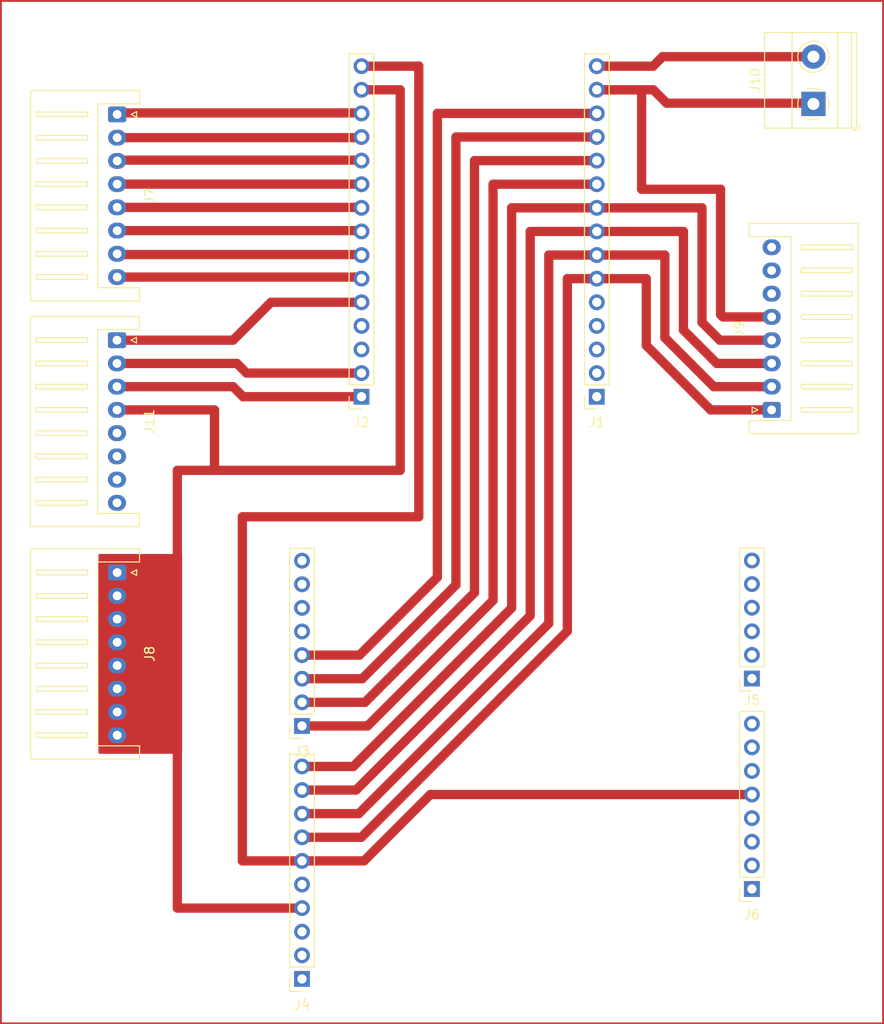
<source format=kicad_pcb>
(kicad_pcb (version 20240108) (generator "pcbnew") (generator_version "8.0")
  (layers (0 "F.Cu" signal) (31 "B.Cu" signal) (34 "B.Paste" user) (35 "F.Paste" user) (36 "B.SilkS" user "B.Silkscreen") (37 "F.SilkS" user "F.Silkscreen") (38 "B.Mask" user) (39 "F.Mask" user) (44 "Edge.Cuts" user))
  (net 0 "")
  (net 1 "RX2")
  (net 2 "D15")
  (net 3 "D5")
  (net 4 "TX2")
  (net 5 "D23")
  (net 6 "D18")
  (net 7 "D4")
  (net 8 "TX0")
  (net 9 "RX0")
  (net 10 "D2")
  (net 11 "D19")
  (net 12 "VP")
  (net 13 "D34")
  (net 14 "D27")
  (net 15 "D25")
  (net 16 "EN")
  (net 17 "D33")
  (net 18 "D32")
  (net 19 "D26")
  (net 20 "D14")
  (net 21 "D35")
  (net 22 "D13")
  (net 23 "VN")
  (net 45 "SCL")
  (net 46 "SDA")
  (net 47 "GND")
  (net 48 "+12V")
  (net 49 "+3.3V")
  (net 53 "D12")
  (footprint "Connector_JST:JST_XH_S8B-XH-A_1x08_P2.50mm_Horizontal" (layer "F.Cu") (at 89.05 81.17 -90)
    (property "Reference" "J8" (at 8.75 -3.5 90) (layer "F.SilkS"))
    (property "Value" "Limit switch GND")
    (fp_line (start -2.56 9.31) (end -2.56 -2.41) (stroke (width 0.12)) (layer "F.SilkS"))
    (fp_line (start 8.75 9.31) (end -2.56 9.31) (stroke (width 0.12)) (layer "F.SilkS"))
    (fp_line (start 8.75 9.31) (end 20.06 9.31) (stroke (width 0.12)) (layer "F.SilkS"))
    (fp_line (start 20.06 9.31) (end 20.06 -2.41) (stroke (width 0.12)) (layer "F.SilkS"))
    (fp_line (start -0.25 8.7) (end 0.25 8.7) (stroke (width 0.12)) (layer "F.SilkS"))
    (fp_line (start 0.25 8.7) (end 0.25 3.2) (stroke (width 0.12)) (layer "F.SilkS"))
    (fp_line (start 2.25 8.7) (end 2.75 8.7) (stroke (width 0.12)) (layer "F.SilkS"))
    (fp_line (start 2.75 8.7) (end 2.75 3.2) (stroke (width 0.12)) (layer "F.SilkS"))
    (fp_line (start 4.75 8.7) (end 5.25 8.7) (stroke (width 0.12)) (layer "F.SilkS"))
    (fp_line (start 5.25 8.7) (end 5.25 3.2) (stroke (width 0.12)) (layer "F.SilkS"))
    (fp_line (start 7.25 8.7) (end 7.75 8.7) (stroke (width 0.12)) (layer "F.SilkS"))
    (fp_line (start 7.75 8.7) (end 7.75 3.2) (stroke (width 0.12)) (layer "F.SilkS"))
    (fp_line (start 9.75 8.7) (end 10.25 8.7) (stroke (width 0.12)) (layer "F.SilkS"))
    (fp_line (start 10.25 8.7) (end 10.25 3.2) (stroke (width 0.12)) (layer "F.SilkS"))
    (fp_line (start 12.25 8.7) (end 12.75 8.7) (stroke (width 0.12)) (layer "F.SilkS"))
    (fp_line (start 12.75 8.7) (end 12.75 3.2) (stroke (width 0.12)) (layer "F.SilkS"))
    (fp_line (start 14.75 8.7) (end 15.25 8.7) (stroke (width 0.12)) (layer "F.SilkS"))
    (fp_line (start 15.25 8.7) (end 15.25 3.2) (stroke (width 0.12)) (layer "F.SilkS"))
    (fp_line (start 17.25 8.7) (end 17.75 8.7) (stroke (width 0.12)) (layer "F.SilkS"))
    (fp_line (start 17.75 8.7) (end 17.75 3.2) (stroke (width 0.12)) (layer "F.SilkS"))
    (fp_line (start -0.25 3.2) (end -0.25 8.7) (stroke (width 0.12)) (layer "F.SilkS"))
    (fp_line (start 0.25 3.2) (end -0.25 3.2) (stroke (width 0.12)) (layer "F.SilkS"))
    (fp_line (start 2.25 3.2) (end 2.25 8.7) (stroke (width 0.12)) (layer "F.SilkS"))
    (fp_line (start 2.75 3.2) (end 2.25 3.2) (stroke (width 0.12)) (layer "F.SilkS"))
    (fp_line (start 4.75 3.2) (end 4.75 8.7) (stroke (width 0.12)) (layer "F.SilkS"))
    (fp_line (start 5.25 3.2) (end 4.75 3.2) (stroke (width 0.12)) (layer "F.SilkS"))
    (fp_line (start 7.25 3.2) (end 7.25 8.7) (stroke (width 0.12)) (layer "F.SilkS"))
    (fp_line (start 7.75 3.2) (end 7.25 3.2) (stroke (width 0.12)) (layer "F.SilkS"))
    (fp_line (start 9.75 3.2) (end 9.75 8.7) (stroke (width 0.12)) (layer "F.SilkS"))
    (fp_line (start 10.25 3.2) (end 9.75 3.2) (stroke (width 0.12)) (layer "F.SilkS"))
    (fp_line (start 12.25 3.2) (end 12.25 8.7) (stroke (width 0.12)) (layer "F.SilkS"))
    (fp_line (start 12.75 3.2) (end 12.25 3.2) (stroke (width 0.12)) (layer "F.SilkS"))
    (fp_line (start 14.75 3.2) (end 14.75 8.7) (stroke (width 0.12)) (layer "F.SilkS"))
    (fp_line (start 15.25 3.2) (end 14.75 3.2) (stroke (width 0.12)) (layer "F.SilkS"))
    (fp_line (start 17.25 3.2) (end 17.25 8.7) (stroke (width 0.12)) (layer "F.SilkS"))
    (fp_line (start 17.75 3.2) (end 17.25 3.2) (stroke (width 0.12)) (layer "F.SilkS"))
    (fp_line (start -1.14 2.09) (end 8.75 2.09) (stroke (width 0.12)) (layer "F.SilkS"))
    (fp_line (start 18.64 2.09) (end 8.75 2.09) (stroke (width 0.12)) (layer "F.SilkS"))
    (fp_line (start 0 -1.5) (end -0.3 -2.1) (stroke (width 0.12)) (layer "F.SilkS"))
    (fp_line (start -0.3 -2.1) (end 0.3 -2.1) (stroke (width 0.12)) (layer "F.SilkS"))
    (fp_line (start 0.3 -2.1) (end 0 -1.5) (stroke (width 0.12)) (layer "F.SilkS"))
    (fp_line (start -2.56 -2.41) (end -1.14 -2.41) (stroke (width 0.12)) (layer "F.SilkS"))
    (fp_line (start -1.14 -2.41) (end -1.14 2.09) (stroke (width 0.12)) (layer "F.SilkS"))
    (fp_line (start 18.64 -2.41) (end 18.64 2.09) (stroke (width 0.12)) (layer "F.SilkS"))
    (fp_line (start 20.06 -2.41) (end 18.64 -2.41) (stroke (width 0.12)) (layer "F.SilkS"))
    (pad "1" thru_hole roundrect (at 0 0 270) (size 1.7 1.95) (drill 0.95) (layers "*.Cu" "*.Mask") (roundrect_rratio 0.147059) (net 47 "GND"))
    (pad "2" thru_hole oval (at 2.5 0 270) (size 1.7 1.95) (drill 0.95) (layers "*.Cu" "*.Mask") (net 47 "GND"))
    (pad "3" thru_hole oval (at 5 0 270) (size 1.7 1.95) (drill 0.95) (layers "*.Cu" "*.Mask") (net 47 "GND"))
    (pad "4" thru_hole oval (at 7.5 0 270) (size 1.7 1.95) (drill 0.95) (layers "*.Cu" "*.Mask") (net 47 "GND"))
    (pad "5" thru_hole oval (at 10 0 270) (size 1.7 1.95) (drill 0.95) (layers "*.Cu" "*.Mask") (net 47 "GND"))
    (pad "6" thru_hole oval (at 12.5 0 270) (size 1.7 1.95) (drill 0.95) (layers "*.Cu" "*.Mask") (net 47 "GND"))
    (pad "7" thru_hole oval (at 15 0 270) (size 1.7 1.95) (drill 0.95) (layers "*.Cu" "*.Mask") (net 47 "GND"))
    (pad "8" thru_hole oval (at 17.5 0 270) (size 1.7 1.95) (drill 0.95) (layers "*.Cu" "*.Mask") (net 47 "GND"))
  )
  (footprint "Connector_PinSocket_2.54mm:PinSocket_1x15_P2.54mm_Vertical" (layer "F.Cu") (at 140.7 62.25 180)
    (property "Reference" "J1" (at 0 -2.77 0) (layer "F.SilkS"))
    (property "Value" "ESP32 1")
    (fp_line (start 1.33 1.27) (end 1.33 36.89) (stroke (width 0.12)) (layer "F.SilkS"))
    (fp_line (start 1.33 -1.33) (end 1.33 0) (stroke (width 0.12)) (layer "F.SilkS"))
    (fp_line (start 0 -1.33) (end 1.33 -1.33) (stroke (width 0.12)) (layer "F.SilkS"))
    (fp_line (start -1.33 36.89) (end 1.33 36.89) (stroke (width 0.12)) (layer "F.SilkS"))
    (fp_line (start -1.33 1.27) (end 1.33 1.27) (stroke (width 0.12)) (layer "F.SilkS"))
    (fp_line (start -1.33 1.27) (end -1.33 36.89) (stroke (width 0.12)) (layer "F.SilkS"))
    (pad "1" thru_hole rect (at 0 0 180) (size 1.7 1.7) (drill 1) (layers "*.Cu" "*.Mask") (net 16 "EN"))
    (pad "2" thru_hole oval (at 0 2.54 180) (size 1.7 1.7) (drill 1) (layers "*.Cu" "*.Mask") (net 12 "VP"))
    (pad "3" thru_hole oval (at 0 5.08 180) (size 1.7 1.7) (drill 1) (layers "*.Cu" "*.Mask") (net 23 "VN"))
    (pad "4" thru_hole oval (at 0 7.62 180) (size 1.7 1.7) (drill 1) (layers "*.Cu" "*.Mask") (net 13 "D34"))
    (pad "5" thru_hole oval (at 0 10.16 180) (size 1.7 1.7) (drill 1) (layers "*.Cu" "*.Mask") (net 21 "D35"))
    (pad "6" thru_hole oval (at 0 12.7 180) (size 1.7 1.7) (drill 1) (layers "*.Cu" "*.Mask") (net 18 "D32"))
    (pad "7" thru_hole oval (at 0 15.24 180) (size 1.7 1.7) (drill 1) (layers "*.Cu" "*.Mask") (net 17 "D33"))
    (pad "8" thru_hole oval (at 0 17.78 180) (size 1.7 1.7) (drill 1) (layers "*.Cu" "*.Mask") (net 15 "D25"))
    (pad "9" thru_hole oval (at 0 20.32 180) (size 1.7 1.7) (drill 1) (layers "*.Cu" "*.Mask") (net 19 "D26"))
    (pad "10" thru_hole oval (at 0 22.86 180) (size 1.7 1.7) (drill 1) (layers "*.Cu" "*.Mask") (net 14 "D27"))
    (pad "11" thru_hole oval (at 0 25.4 180) (size 1.7 1.7) (drill 1) (layers "*.Cu" "*.Mask") (net 20 "D14"))
    (pad "12" thru_hole oval (at 0 27.94 180) (size 1.7 1.7) (drill 1) (layers "*.Cu" "*.Mask") (net 53 "D12"))
    (pad "13" thru_hole oval (at 0 30.48 180) (size 1.7 1.7) (drill 1) (layers "*.Cu" "*.Mask") (net 22 "D13"))
    (pad "14" thru_hole oval (at 0 33.02 180) (size 1.7 1.7) (drill 1) (layers "*.Cu" "*.Mask") (net 47 "GND"))
    (pad "15" thru_hole oval (at 0 35.56 180) (size 1.7 1.7) (drill 1) (layers "*.Cu" "*.Mask") (net 48 "+12V"))
  )
  (footprint "Connector_PinSocket_2.54mm:PinSocket_1x10_P2.54mm_Vertical" (layer "F.Cu") (at 108.954763 124.889999 180)
    (property "Reference" "J4" (at 0 -2.77 0) (layer "F.SilkS"))
    (property "Value" "DIGITAL PWM(~)")
    (fp_line (start 1.33 1.27) (end 1.33 24.19) (stroke (width 0.12)) (layer "F.SilkS"))
    (fp_line (start 1.33 -1.33) (end 1.33 0) (stroke (width 0.12)) (layer "F.SilkS"))
    (fp_line (start 0 -1.33) (end 1.33 -1.33) (stroke (width 0.12)) (layer "F.SilkS"))
    (fp_line (start -1.33 24.19) (end 1.33 24.19) (stroke (width 0.12)) (layer "F.SilkS"))
    (fp_line (start -1.33 1.27) (end 1.33 1.27) (stroke (width 0.12)) (layer "F.SilkS"))
    (fp_line (start -1.33 1.27) (end -1.33 24.19) (stroke (width 0.12)) (layer "F.SilkS"))
    (pad "1" thru_hole rect (at 0 0 180) (size 1.7 1.7) (drill 1) (layers "*.Cu" "*.Mask"))
    (pad "2" thru_hole oval (at 0 2.54 180) (size 1.7 1.7) (drill 1) (layers "*.Cu" "*.Mask"))
    (pad "3" thru_hole oval (at 0 5.08 180) (size 1.7 1.7) (drill 1) (layers "*.Cu" "*.Mask"))
    (pad "4" thru_hole oval (at 0 7.62 180) (size 1.7 1.7) (drill 1) (layers "*.Cu" "*.Mask") (net 47 "GND"))
    (pad "5" thru_hole oval (at 0 10.16 180) (size 1.7 1.7) (drill 1) (layers "*.Cu" "*.Mask"))
    (pad "6" thru_hole oval (at 0 12.7 180) (size 1.7 1.7) (drill 1) (layers "*.Cu" "*.Mask") (net 49 "+3.3V"))
    (pad "7" thru_hole oval (at 0 15.24 180) (size 1.7 1.7) (drill 1) (layers "*.Cu" "*.Mask") (net 18 "D32"))
    (pad "8" thru_hole oval (at 0 17.78 180) (size 1.7 1.7) (drill 1) (layers "*.Cu" "*.Mask") (net 17 "D33"))
    (pad "9" thru_hole oval (at 0 20.32 180) (size 1.7 1.7) (drill 1) (layers "*.Cu" "*.Mask") (net 15 "D25"))
    (pad "10" thru_hole oval (at 0 22.86 180) (size 1.7 1.7) (drill 1) (layers "*.Cu" "*.Mask") (net 19 "D26"))
  )
  (footprint "Connector_PinSocket_2.54mm:PinSocket_1x08_P2.54mm_Vertical" (layer "F.Cu") (at 157.404763 115.209999 180)
    (property "Reference" "J6" (at 0 -2.77 0) (layer "F.SilkS"))
    (property "Value" "POWER")
    (fp_line (start 1.33 1.27) (end 1.33 19.11) (stroke (width 0.12)) (layer "F.SilkS"))
    (fp_line (start 1.33 -1.33) (end 1.33 0) (stroke (width 0.12)) (layer "F.SilkS"))
    (fp_line (start 0 -1.33) (end 1.33 -1.33) (stroke (width 0.12)) (layer "F.SilkS"))
    (fp_line (start -1.33 19.11) (end 1.33 19.11) (stroke (width 0.12)) (layer "F.SilkS"))
    (fp_line (start -1.33 1.27) (end 1.33 1.27) (stroke (width 0.12)) (layer "F.SilkS"))
    (fp_line (start -1.33 1.27) (end -1.33 19.11) (stroke (width 0.12)) (layer "F.SilkS"))
    (pad "1" thru_hole rect (at 0 0 180) (size 1.7 1.7) (drill 1) (layers "*.Cu" "*.Mask"))
    (pad "2" thru_hole oval (at 0 2.54 180) (size 1.7 1.7) (drill 1) (layers "*.Cu" "*.Mask"))
    (pad "3" thru_hole oval (at 0 5.08 180) (size 1.7 1.7) (drill 1) (layers "*.Cu" "*.Mask"))
    (pad "4" thru_hole oval (at 0 7.62 180) (size 1.7 1.7) (drill 1) (layers "*.Cu" "*.Mask"))
    (pad "5" thru_hole oval (at 0 10.16 180) (size 1.7 1.7) (drill 1) (layers "*.Cu" "*.Mask") (net 49 "+3.3V"))
    (pad "6" thru_hole oval (at 0 12.7 180) (size 1.7 1.7) (drill 1) (layers "*.Cu" "*.Mask"))
    (pad "7" thru_hole oval (at 0 15.24 180) (size 1.7 1.7) (drill 1) (layers "*.Cu" "*.Mask"))
    (pad "8" thru_hole oval (at 0 17.78 180) (size 1.7 1.7) (drill 1) (layers "*.Cu" "*.Mask"))
  )
  (footprint "Connector_PinSocket_2.54mm:PinSocket_1x15_P2.54mm_Vertical" (layer "F.Cu") (at 115.36 62.25 180)
    (property "Reference" "J2" (at 0 -2.77 0) (layer "F.SilkS"))
    (property "Value" "ESP32 2")
    (fp_line (start 1.33 1.27) (end 1.33 36.89) (stroke (width 0.12)) (layer "F.SilkS"))
    (fp_line (start 1.33 -1.33) (end 1.33 0) (stroke (width 0.12)) (layer "F.SilkS"))
    (fp_line (start 0 -1.33) (end 1.33 -1.33) (stroke (width 0.12)) (layer "F.SilkS"))
    (fp_line (start -1.33 36.89) (end 1.33 36.89) (stroke (width 0.12)) (layer "F.SilkS"))
    (fp_line (start -1.33 1.27) (end 1.33 1.27) (stroke (width 0.12)) (layer "F.SilkS"))
    (fp_line (start -1.33 1.27) (end -1.33 36.89) (stroke (width 0.12)) (layer "F.SilkS"))
    (pad "1" thru_hole rect (at 0 0 180) (size 1.7 1.7) (drill 1) (layers "*.Cu" "*.Mask") (net 5 "D23"))
    (pad "2" thru_hole oval (at 0 2.54 180) (size 1.7 1.7) (drill 1) (layers "*.Cu" "*.Mask") (net 45 "SCL"))
    (pad "3" thru_hole oval (at 0 5.08 180) (size 1.7 1.7) (drill 1) (layers "*.Cu" "*.Mask") (net 8 "TX0"))
    (pad "4" thru_hole oval (at 0 7.62 180) (size 1.7 1.7) (drill 1) (layers "*.Cu" "*.Mask") (net 9 "RX0"))
    (pad "5" thru_hole oval (at 0 10.16 180) (size 1.7 1.7) (drill 1) (layers "*.Cu" "*.Mask") (net 46 "SDA"))
    (pad "6" thru_hole oval (at 0 12.7 180) (size 1.7 1.7) (drill 1) (layers "*.Cu" "*.Mask") (net 11 "D19"))
    (pad "7" thru_hole oval (at 0 15.24 180) (size 1.7 1.7) (drill 1) (layers "*.Cu" "*.Mask") (net 6 "D18"))
    (pad "8" thru_hole oval (at 0 17.78 180) (size 1.7 1.7) (drill 1) (layers "*.Cu" "*.Mask") (net 3 "D5"))
    (pad "9" thru_hole oval (at 0 20.32 180) (size 1.7 1.7) (drill 1) (layers "*.Cu" "*.Mask") (net 4 "TX2"))
    (pad "10" thru_hole oval (at 0 22.86 180) (size 1.7 1.7) (drill 1) (layers "*.Cu" "*.Mask") (net 1 "RX2"))
    (pad "11" thru_hole oval (at 0 25.4 180) (size 1.7 1.7) (drill 1) (layers "*.Cu" "*.Mask") (net 7 "D4"))
    (pad "12" thru_hole oval (at 0 27.94 180) (size 1.7 1.7) (drill 1) (layers "*.Cu" "*.Mask") (net 10 "D2"))
    (pad "13" thru_hole oval (at 0 30.48 180) (size 1.7 1.7) (drill 1) (layers "*.Cu" "*.Mask") (net 2 "D15"))
    (pad "14" thru_hole oval (at 0 33.02 180) (size 1.7 1.7) (drill 1) (layers "*.Cu" "*.Mask") (net 47 "GND"))
    (pad "15" thru_hole oval (at 0 35.56 180) (size 1.7 1.7) (drill 1) (layers "*.Cu" "*.Mask") (net 49 "+3.3V"))
  )
  (footprint "TerminalBlock_Phoenix:TerminalBlock_Phoenix_MKDS-1,5-2-5.08_1x02_P5.08mm_Horizontal" (layer "F.Cu") (at 164.03 30.75 90)
    (property "Reference" "J10" (at 2.54 -6.26 90) (layer "F.SilkS"))
    (property "Value" "Power")
    (fp_line (start 7.68 -5.261) (end 7.68 4.66) (stroke (width 0.12)) (layer "F.SilkS"))
    (fp_line (start -2.6 -5.261) (end 7.68 -5.261) (stroke (width 0.12)) (layer "F.SilkS"))
    (fp_line (start -2.6 -5.261) (end -2.6 4.66) (stroke (width 0.12)) (layer "F.SilkS"))
    (fp_line (start -2.6 -2.301) (end 7.68 -2.301) (stroke (width 0.12)) (layer "F.SilkS"))
    (fp_line (start 6.15 -1.275) (end 6.115 -1.239) (stroke (width 0.12)) (layer "F.SilkS"))
    (fp_line (start 6.355 -1.069) (end 6.308 -1.023) (stroke (width 0.12)) (layer "F.SilkS"))
    (fp_line (start 3.853 1.023) (end 3.806 1.069) (stroke (width 0.12)) (layer "F.SilkS"))
    (fp_line (start 4.046 1.239) (end 4.011 1.274) (stroke (width 0.12)) (layer "F.SilkS"))
    (fp_line (start -2.6 2.6) (end 7.68 2.6) (stroke (width 0.12)) (layer "F.SilkS"))
    (fp_line (start -2.6 4.1) (end 7.68 4.1) (stroke (width 0.12)) (layer "F.SilkS"))
    (fp_line (start -2.84 4.16) (end -2.84 4.9) (stroke (width 0.12)) (layer "F.SilkS"))
    (fp_line (start -2.6 4.66) (end 7.68 4.66) (stroke (width 0.12)) (layer "F.SilkS"))
    (fp_line (start -2.84 4.9) (end -2.34 4.9) (stroke (width 0.12)) (layer "F.SilkS"))
    (fp_arc (start -0.683042 -1.535427) (mid 0.000524 -1.680501) (end 0.684 -1.535) (stroke (width 0.12)) (layer "F.SilkS"))
    (fp_arc (start 1.535427 -0.683042) (mid 1.680501 0.000524) (end 1.535 0.684) (stroke (width 0.12)) (layer "F.SilkS"))
    (fp_arc (start -1.535427 0.683042) (mid -1.680501 -0.000524) (end -1.535 -0.684) (stroke (width 0.12)) (layer "F.SilkS"))
    (fp_arc (start 0.683318 1.534756) (mid 0.349292 1.643288) (end 0 1.68) (stroke (width 0.12)) (layer "F.SilkS"))
    (fp_arc (start 0.028805 1.680253) (mid -0.335551 1.646659) (end -0.684 1.535) (stroke (width 0.12)) (layer "F.SilkS"))
    (fp_circle (center 5.08 0) (end 6.76 0) (stroke (width 0.12)) (fill none) (layer "F.SilkS"))
    (pad "1" thru_hole rect (at 0 0 90) (size 2.6 2.6) (drill 1.3) (layers "*.Cu" "*.Mask") (net 47 "GND"))
    (pad "2" thru_hole circle (at 5.08 0 90) (size 2.6 2.6) (drill 1.3) (layers "*.Cu" "*.Mask") (net 48 "+12V"))
  )
  (footprint "Connector_JST:JST_XH_S8B-XH-A_1x08_P2.50mm_Horizontal" (layer "F.Cu") (at 89.03 56.17 -90)
    (property "Reference" "J11" (at 8.75 -3.5 90) (layer "F.SilkS"))
    (property "Value" "I2C")
    (fp_line (start -2.56 9.31) (end -2.56 -2.41) (stroke (width 0.12)) (layer "F.SilkS"))
    (fp_line (start 8.75 9.31) (end -2.56 9.31) (stroke (width 0.12)) (layer "F.SilkS"))
    (fp_line (start 8.75 9.31) (end 20.06 9.31) (stroke (width 0.12)) (layer "F.SilkS"))
    (fp_line (start 20.06 9.31) (end 20.06 -2.41) (stroke (width 0.12)) (layer "F.SilkS"))
    (fp_line (start -0.25 8.7) (end 0.25 8.7) (stroke (width 0.12)) (layer "F.SilkS"))
    (fp_line (start 0.25 8.7) (end 0.25 3.2) (stroke (width 0.12)) (layer "F.SilkS"))
    (fp_line (start 2.25 8.7) (end 2.75 8.7) (stroke (width 0.12)) (layer "F.SilkS"))
    (fp_line (start 2.75 8.7) (end 2.75 3.2) (stroke (width 0.12)) (layer "F.SilkS"))
    (fp_line (start 4.75 8.7) (end 5.25 8.7) (stroke (width 0.12)) (layer "F.SilkS"))
    (fp_line (start 5.25 8.7) (end 5.25 3.2) (stroke (width 0.12)) (layer "F.SilkS"))
    (fp_line (start 7.25 8.7) (end 7.75 8.7) (stroke (width 0.12)) (layer "F.SilkS"))
    (fp_line (start 7.75 8.7) (end 7.75 3.2) (stroke (width 0.12)) (layer "F.SilkS"))
    (fp_line (start 9.75 8.7) (end 10.25 8.7) (stroke (width 0.12)) (layer "F.SilkS"))
    (fp_line (start 10.25 8.7) (end 10.25 3.2) (stroke (width 0.12)) (layer "F.SilkS"))
    (fp_line (start 12.25 8.7) (end 12.75 8.7) (stroke (width 0.12)) (layer "F.SilkS"))
    (fp_line (start 12.75 8.7) (end 12.75 3.2) (stroke (width 0.12)) (layer "F.SilkS"))
    (fp_line (start 14.75 8.7) (end 15.25 8.7) (stroke (width 0.12)) (layer "F.SilkS"))
    (fp_line (start 15.25 8.7) (end 15.25 3.2) (stroke (width 0.12)) (layer "F.SilkS"))
    (fp_line (start 17.25 8.7) (end 17.75 8.7) (stroke (width 0.12)) (layer "F.SilkS"))
    (fp_line (start 17.75 8.7) (end 17.75 3.2) (stroke (width 0.12)) (layer "F.SilkS"))
    (fp_line (start -0.25 3.2) (end -0.25 8.7) (stroke (width 0.12)) (layer "F.SilkS"))
    (fp_line (start 0.25 3.2) (end -0.25 3.2) (stroke (width 0.12)) (layer "F.SilkS"))
    (fp_line (start 2.25 3.2) (end 2.25 8.7) (stroke (width 0.12)) (layer "F.SilkS"))
    (fp_line (start 2.75 3.2) (end 2.25 3.2) (stroke (width 0.12)) (layer "F.SilkS"))
    (fp_line (start 4.75 3.2) (end 4.75 8.7) (stroke (width 0.12)) (layer "F.SilkS"))
    (fp_line (start 5.25 3.2) (end 4.75 3.2) (stroke (width 0.12)) (layer "F.SilkS"))
    (fp_line (start 7.25 3.2) (end 7.25 8.7) (stroke (width 0.12)) (layer "F.SilkS"))
    (fp_line (start 7.75 3.2) (end 7.25 3.2) (stroke (width 0.12)) (layer "F.SilkS"))
    (fp_line (start 9.75 3.2) (end 9.75 8.7) (stroke (width 0.12)) (layer "F.SilkS"))
    (fp_line (start 10.25 3.2) (end 9.75 3.2) (stroke (width 0.12)) (layer "F.SilkS"))
    (fp_line (start 12.25 3.2) (end 12.25 8.7) (stroke (width 0.12)) (layer "F.SilkS"))
    (fp_line (start 12.75 3.2) (end 12.25 3.2) (stroke (width 0.12)) (layer "F.SilkS"))
    (fp_line (start 14.75 3.2) (end 14.75 8.7) (stroke (width 0.12)) (layer "F.SilkS"))
    (fp_line (start 15.25 3.2) (end 14.75 3.2) (stroke (width 0.12)) (layer "F.SilkS"))
    (fp_line (start 17.25 3.2) (end 17.25 8.7) (stroke (width 0.12)) (layer "F.SilkS"))
    (fp_line (start 17.75 3.2) (end 17.25 3.2) (stroke (width 0.12)) (layer "F.SilkS"))
    (fp_line (start -1.14 2.09) (end 8.75 2.09) (stroke (width 0.12)) (layer "F.SilkS"))
    (fp_line (start 18.64 2.09) (end 8.75 2.09) (stroke (width 0.12)) (layer "F.SilkS"))
    (fp_line (start 0 -1.5) (end -0.3 -2.1) (stroke (width 0.12)) (layer "F.SilkS"))
    (fp_line (start -0.3 -2.1) (end 0.3 -2.1) (stroke (width 0.12)) (layer "F.SilkS"))
    (fp_line (start 0.3 -2.1) (end 0 -1.5) (stroke (width 0.12)) (layer "F.SilkS"))
    (fp_line (start -2.56 -2.41) (end -1.14 -2.41) (stroke (width 0.12)) (layer "F.SilkS"))
    (fp_line (start -1.14 -2.41) (end -1.14 2.09) (stroke (width 0.12)) (layer "F.SilkS"))
    (fp_line (start 18.64 -2.41) (end 18.64 2.09) (stroke (width 0.12)) (layer "F.SilkS"))
    (fp_line (start 20.06 -2.41) (end 18.64 -2.41) (stroke (width 0.12)) (layer "F.SilkS"))
    (pad "1" thru_hole roundrect (at 0 0 270) (size 1.7 1.95) (drill 0.95) (layers "*.Cu" "*.Mask") (roundrect_rratio 0.147059) (net 46 "SDA"))
    (pad "2" thru_hole oval (at 2.5 0 270) (size 1.7 1.95) (drill 0.95) (layers "*.Cu" "*.Mask") (net 45 "SCL"))
    (pad "3" thru_hole oval (at 5 0 270) (size 1.7 1.95) (drill 0.95) (layers "*.Cu" "*.Mask") (net 5 "D23"))
    (pad "4" thru_hole oval (at 7.5 0 270) (size 1.7 1.95) (drill 0.95) (layers "*.Cu" "*.Mask") (net 47 "GND"))
    (pad "5" thru_hole oval (at 10 0 270) (size 1.7 1.95) (drill 0.95) (layers "*.Cu" "*.Mask"))
    (pad "6" thru_hole oval (at 12.5 0 270) (size 1.7 1.95) (drill 0.95) (layers "*.Cu" "*.Mask"))
    (pad "7" thru_hole oval (at 15 0 270) (size 1.7 1.95) (drill 0.95) (layers "*.Cu" "*.Mask"))
    (pad "8" thru_hole oval (at 17.5 0 270) (size 1.7 1.95) (drill 0.95) (layers "*.Cu" "*.Mask"))
  )
  (footprint "Connector_PinSocket_2.54mm:PinSocket_1x06_P2.54mm_Vertical" (layer "F.Cu") (at 157.404763 92.569999 180)
    (property "Reference" "J5" (at 0 -2.33 0) (layer "F.SilkS"))
    (property "Value" "ANALOG IN")
    (fp_line (start 1.33 1.27) (end 1.33 14.03) (stroke (width 0.12)) (layer "F.SilkS"))
    (fp_line (start 1.33 -1.33) (end 1.33 0) (stroke (width 0.12)) (layer "F.SilkS"))
    (fp_line (start 0 -1.33) (end 1.33 -1.33) (stroke (width 0.12)) (layer "F.SilkS"))
    (fp_line (start -1.33 14.03) (end 1.33 14.03) (stroke (width 0.12)) (layer "F.SilkS"))
    (fp_line (start -1.33 1.27) (end 1.33 1.27) (stroke (width 0.12)) (layer "F.SilkS"))
    (fp_line (start -1.33 1.27) (end -1.33 14.03) (stroke (width 0.12)) (layer "F.SilkS"))
    (pad "1" thru_hole rect (at 0 0 180) (size 1.7 1.7) (drill 1) (layers "*.Cu" "*.Mask"))
    (pad "2" thru_hole oval (at 0 2.54 180) (size 1.7 1.7) (drill 1) (layers "*.Cu" "*.Mask"))
    (pad "3" thru_hole oval (at 0 5.08 180) (size 1.7 1.7) (drill 1) (layers "*.Cu" "*.Mask"))
    (pad "4" thru_hole oval (at 0 7.62 180) (size 1.7 1.7) (drill 1) (layers "*.Cu" "*.Mask"))
    (pad "5" thru_hole oval (at 0 10.16 180) (size 1.7 1.7) (drill 1) (layers "*.Cu" "*.Mask"))
    (pad "6" thru_hole oval (at 0 12.7 180) (size 1.7 1.7) (drill 1) (layers "*.Cu" "*.Mask"))
  )
  (footprint "Connector_JST:JST_XH_S8B-XH-A_1x08_P2.50mm_Horizontal" (layer "F.Cu") (at 159.53 63.67 90)
    (property "Reference" "J9" (at 8.75 -3.5 90) (layer "F.SilkS"))
    (property "Value" "BTS7960")
    (fp_line (start 20.06 -2.41) (end 18.64 -2.41) (stroke (width 0.12)) (layer "F.SilkS"))
    (fp_line (start 18.64 -2.41) (end 18.64 2.09) (stroke (width 0.12)) (layer "F.SilkS"))
    (fp_line (start -1.14 -2.41) (end -1.14 2.09) (stroke (width 0.12)) (layer "F.SilkS"))
    (fp_line (start -2.56 -2.41) (end -1.14 -2.41) (stroke (width 0.12)) (layer "F.SilkS"))
    (fp_line (start 0.3 -2.1) (end 0 -1.5) (stroke (width 0.12)) (layer "F.SilkS"))
    (fp_line (start -0.3 -2.1) (end 0.3 -2.1) (stroke (width 0.12)) (layer "F.SilkS"))
    (fp_line (start 0 -1.5) (end -0.3 -2.1) (stroke (width 0.12)) (layer "F.SilkS"))
    (fp_line (start 18.64 2.09) (end 8.75 2.09) (stroke (width 0.12)) (layer "F.SilkS"))
    (fp_line (start -1.14 2.09) (end 8.75 2.09) (stroke (width 0.12)) (layer "F.SilkS"))
    (fp_line (start 17.75 3.2) (end 17.25 3.2) (stroke (width 0.12)) (layer "F.SilkS"))
    (fp_line (start 17.25 3.2) (end 17.25 8.7) (stroke (width 0.12)) (layer "F.SilkS"))
    (fp_line (start 15.25 3.2) (end 14.75 3.2) (stroke (width 0.12)) (layer "F.SilkS"))
    (fp_line (start 14.75 3.2) (end 14.75 8.7) (stroke (width 0.12)) (layer "F.SilkS"))
    (fp_line (start 12.75 3.2) (end 12.25 3.2) (stroke (width 0.12)) (layer "F.SilkS"))
    (fp_line (start 12.25 3.2) (end 12.25 8.7) (stroke (width 0.12)) (layer "F.SilkS"))
    (fp_line (start 10.25 3.2) (end 9.75 3.2) (stroke (width 0.12)) (layer "F.SilkS"))
    (fp_line (start 9.75 3.2) (end 9.75 8.7) (stroke (width 0.12)) (layer "F.SilkS"))
    (fp_line (start 7.75 3.2) (end 7.25 3.2) (stroke (width 0.12)) (layer "F.SilkS"))
    (fp_line (start 7.25 3.2) (end 7.25 8.7) (stroke (width 0.12)) (layer "F.SilkS"))
    (fp_line (start 5.25 3.2) (end 4.75 3.2) (stroke (width 0.12)) (layer "F.SilkS"))
    (fp_line (start 4.75 3.2) (end 4.75 8.7) (stroke (width 0.12)) (layer "F.SilkS"))
    (fp_line (start 2.75 3.2) (end 2.25 3.2) (stroke (width 0.12)) (layer "F.SilkS"))
    (fp_line (start 2.25 3.2) (end 2.25 8.7) (stroke (width 0.12)) (layer "F.SilkS"))
    (fp_line (start 0.25 3.2) (end -0.25 3.2) (stroke (width 0.12)) (layer "F.SilkS"))
    (fp_line (start -0.25 3.2) (end -0.25 8.7) (stroke (width 0.12)) (layer "F.SilkS"))
    (fp_line (start 17.75 8.7) (end 17.75 3.2) (stroke (width 0.12)) (layer "F.SilkS"))
    (fp_line (start 17.25 8.7) (end 17.75 8.7) (stroke (width 0.12)) (layer "F.SilkS"))
    (fp_line (start 15.25 8.7) (end 15.25 3.2) (stroke (width 0.12)) (layer "F.SilkS"))
    (fp_line (start 14.75 8.7) (end 15.25 8.7) (stroke (width 0.12)) (layer "F.SilkS"))
    (fp_line (start 12.75 8.7) (end 12.75 3.2) (stroke (width 0.12)) (layer "F.SilkS"))
    (fp_line (start 12.25 8.7) (end 12.75 8.7) (stroke (width 0.12)) (layer "F.SilkS"))
    (fp_line (start 10.25 8.7) (end 10.25 3.2) (stroke (width 0.12)) (layer "F.SilkS"))
    (fp_line (start 9.75 8.7) (end 10.25 8.7) (stroke (width 0.12)) (layer "F.SilkS"))
    (fp_line (start 7.75 8.7) (end 7.75 3.2) (stroke (width 0.12)) (layer "F.SilkS"))
    (fp_line (start 7.25 8.7) (end 7.75 8.7) (stroke (width 0.12)) (layer "F.SilkS"))
    (fp_line (start 5.25 8.7) (end 5.25 3.2) (stroke (width 0.12)) (layer "F.SilkS"))
    (fp_line (start 4.75 8.7) (end 5.25 8.7) (stroke (width 0.12)) (layer "F.SilkS"))
    (fp_line (start 2.75 8.7) (end 2.75 3.2) (stroke (width 0.12)) (layer "F.SilkS"))
    (fp_line (start 2.25 8.7) (end 2.75 8.7) (stroke (width 0.12)) (layer "F.SilkS"))
    (fp_line (start 0.25 8.7) (end 0.25 3.2) (stroke (width 0.12)) (layer "F.SilkS"))
    (fp_line (start -0.25 8.7) (end 0.25 8.7) (stroke (width 0.12)) (layer "F.SilkS"))
    (fp_line (start 20.06 9.31) (end 20.06 -2.41) (stroke (width 0.12)) (layer "F.SilkS"))
    (fp_line (start 8.75 9.31) (end 20.06 9.31) (stroke (width 0.12)) (layer "F.SilkS"))
    (fp_line (start 8.75 9.31) (end -2.56 9.31) (stroke (width 0.12)) (layer "F.SilkS"))
    (fp_line (start -2.56 9.31) (end -2.56 -2.41) (stroke (width 0.12)) (layer "F.SilkS"))
    (pad "1" thru_hole roundrect (at 0 0 90) (size 1.7 1.95) (drill 0.95) (layers "*.Cu" "*.Mask") (roundrect_rratio 0.147059) (net 18 "D32"))
    (pad "2" thru_hole oval (at 2.5 0 90) (size 1.7 1.95) (drill 0.95) (layers "*.Cu" "*.Mask") (net 17 "D33"))
    (pad "3" thru_hole oval (at 5 0 90) (size 1.7 1.95) (drill 0.95) (layers "*.Cu" "*.Mask") (net 15 "D25"))
    (pad "4" thru_hole oval (at 7.5 0 90) (size 1.7 1.95) (drill 0.95) (layers "*.Cu" "*.Mask") (net 19 "D26"))
    (pad "5" thru_hole oval (at 10 0 90) (size 1.7 1.95) (drill 0.95) (layers "*.Cu" "*.Mask") (net 47 "GND"))
    (pad "6" thru_hole oval (at 12.5 0 90) (size 1.7 1.95) (drill 0.95) (layers "*.Cu" "*.Mask"))
    (pad "7" thru_hole oval (at 15 0 90) (size 1.7 1.95) (drill 0.95) (layers "*.Cu" "*.Mask"))
    (pad "8" thru_hole oval (at 17.5 0 90) (size 1.7 1.95) (drill 0.95) (layers "*.Cu" "*.Mask"))
  )
  (footprint "Connector_PinSocket_2.54mm:PinSocket_1x08_P2.54mm_Vertical" (layer "F.Cu") (at 108.954763 97.669999 180)
    (property "Reference" "J3" (at 0 -2.77 0) (layer "F.SilkS"))
    (property "Value" "Conn_01x08_Socket")
    (fp_line (start 1.33 1.27) (end 1.33 19.11) (stroke (width 0.12)) (layer "F.SilkS"))
    (fp_line (start 1.33 -1.33) (end 1.33 0) (stroke (width 0.12)) (layer "F.SilkS"))
    (fp_line (start 0 -1.33) (end 1.33 -1.33) (stroke (width 0.12)) (layer "F.SilkS"))
    (fp_line (start -1.33 19.11) (end 1.33 19.11) (stroke (width 0.12)) (layer "F.SilkS"))
    (fp_line (start -1.33 1.27) (end 1.33 1.27) (stroke (width 0.12)) (layer "F.SilkS"))
    (fp_line (start -1.33 1.27) (end -1.33 19.11) (stroke (width 0.12)) (layer "F.SilkS"))
    (pad "1" thru_hole rect (at 0 0 180) (size 1.7 1.7) (drill 1) (layers "*.Cu" "*.Mask") (net 14 "D27"))
    (pad "2" thru_hole oval (at 0 2.54 180) (size 1.7 1.7) (drill 1) (layers "*.Cu" "*.Mask") (net 20 "D14"))
    (pad "3" thru_hole oval (at 0 5.08 180) (size 1.7 1.7) (drill 1) (layers "*.Cu" "*.Mask") (net 53 "D12"))
    (pad "4" thru_hole oval (at 0 7.62 180) (size 1.7 1.7) (drill 1) (layers "*.Cu" "*.Mask") (net 22 "D13"))
    (pad "5" thru_hole oval (at 0 10.16 180) (size 1.7 1.7) (drill 1) (layers "*.Cu" "*.Mask"))
    (pad "6" thru_hole oval (at 0 12.7 180) (size 1.7 1.7) (drill 1) (layers "*.Cu" "*.Mask"))
    (pad "7" thru_hole oval (at 0 15.24 180) (size 1.7 1.7) (drill 1) (layers "*.Cu" "*.Mask"))
    (pad "8" thru_hole oval (at 0 17.78 180) (size 1.7 1.7) (drill 1) (layers "*.Cu" "*.Mask"))
  )
  (footprint "Connector_JST:JST_XH_S8B-XH-A_1x08_P2.50mm_Horizontal" (layer "F.Cu") (at 89.05 31.88 -90)
    (property "Reference" "J7" (at 8.75 -3.5 90) (layer "F.SilkS"))
    (property "Value" "Limit switch")
    (fp_line (start -2.56 9.31) (end -2.56 -2.41) (stroke (width 0.12)) (layer "F.SilkS"))
    (fp_line (start 8.75 9.31) (end -2.56 9.31) (stroke (width 0.12)) (layer "F.SilkS"))
    (fp_line (start 8.75 9.31) (end 20.06 9.31) (stroke (width 0.12)) (layer "F.SilkS"))
    (fp_line (start 20.06 9.31) (end 20.06 -2.41) (stroke (width 0.12)) (layer "F.SilkS"))
    (fp_line (start -0.25 8.7) (end 0.25 8.7) (stroke (width 0.12)) (layer "F.SilkS"))
    (fp_line (start 0.25 8.7) (end 0.25 3.2) (stroke (width 0.12)) (layer "F.SilkS"))
    (fp_line (start 2.25 8.7) (end 2.75 8.7) (stroke (width 0.12)) (layer "F.SilkS"))
    (fp_line (start 2.75 8.7) (end 2.75 3.2) (stroke (width 0.12)) (layer "F.SilkS"))
    (fp_line (start 4.75 8.7) (end 5.25 8.7) (stroke (width 0.12)) (layer "F.SilkS"))
    (fp_line (start 5.25 8.7) (end 5.25 3.2) (stroke (width 0.12)) (layer "F.SilkS"))
    (fp_line (start 7.25 8.7) (end 7.75 8.7) (stroke (width 0.12)) (layer "F.SilkS"))
    (fp_line (start 7.75 8.7) (end 7.75 3.2) (stroke (width 0.12)) (layer "F.SilkS"))
    (fp_line (start 9.75 8.7) (end 10.25 8.7) (stroke (width 0.12)) (layer "F.SilkS"))
    (fp_line (start 10.25 8.7) (end 10.25 3.2) (stroke (width 0.12)) (layer "F.SilkS"))
    (fp_line (start 12.25 8.7) (end 12.75 8.7) (stroke (width 0.12)) (layer "F.SilkS"))
    (fp_line (start 12.75 8.7) (end 12.75 3.2) (stroke (width 0.12)) (layer "F.SilkS"))
    (fp_line (start 14.75 8.7) (end 15.25 8.7) (stroke (width 0.12)) (layer "F.SilkS"))
    (fp_line (start 15.25 8.7) (end 15.25 3.2) (stroke (width 0.12)) (layer "F.SilkS"))
    (fp_line (start 17.25 8.7) (end 17.75 8.7) (stroke (width 0.12)) (layer "F.SilkS"))
    (fp_line (start 17.75 8.7) (end 17.75 3.2) (stroke (width 0.12)) (layer "F.SilkS"))
    (fp_line (start -0.25 3.2) (end -0.25 8.7) (stroke (width 0.12)) (layer "F.SilkS"))
    (fp_line (start 0.25 3.2) (end -0.25 3.2) (stroke (width 0.12)) (layer "F.SilkS"))
    (fp_line (start 2.25 3.2) (end 2.25 8.7) (stroke (width 0.12)) (layer "F.SilkS"))
    (fp_line (start 2.75 3.2) (end 2.25 3.2) (stroke (width 0.12)) (layer "F.SilkS"))
    (fp_line (start 4.75 3.2) (end 4.75 8.7) (stroke (width 0.12)) (layer "F.SilkS"))
    (fp_line (start 5.25 3.2) (end 4.75 3.2) (stroke (width 0.12)) (layer "F.SilkS"))
    (fp_line (start 7.25 3.2) (end 7.25 8.7) (stroke (width 0.12)) (layer "F.SilkS"))
    (fp_line (start 7.75 3.2) (end 7.25 3.2) (stroke (width 0.12)) (layer "F.SilkS"))
    (fp_line (start 9.75 3.2) (end 9.75 8.7) (stroke (width 0.12)) (layer "F.SilkS"))
    (fp_line (start 10.25 3.2) (end 9.75 3.2) (stroke (width 0.12)) (layer "F.SilkS"))
    (fp_line (start 12.25 3.2) (end 12.25 8.7) (stroke (width 0.12)) (layer "F.SilkS"))
    (fp_line (start 12.75 3.2) (end 12.25 3.2) (stroke (width 0.12)) (layer "F.SilkS"))
    (fp_line (start 14.75 3.2) (end 14.75 8.7) (stroke (width 0.12)) (layer "F.SilkS"))
    (fp_line (start 15.25 3.2) (end 14.75 3.2) (stroke (width 0.12)) (layer "F.SilkS"))
    (fp_line (start 17.25 3.2) (end 17.25 8.7) (stroke (width 0.12)) (layer "F.SilkS"))
    (fp_line (start 17.75 3.2) (end 17.25 3.2) (stroke (width 0.12)) (layer "F.SilkS"))
    (fp_line (start -1.14 2.09) (end 8.75 2.09) (stroke (width 0.12)) (layer "F.SilkS"))
    (fp_line (start 18.64 2.09) (end 8.75 2.09) (stroke (width 0.12)) (layer "F.SilkS"))
    (fp_line (start 0 -1.5) (end -0.3 -2.1) (stroke (width 0.12)) (layer "F.SilkS"))
    (fp_line (start -0.3 -2.1) (end 0.3 -2.1) (stroke (width 0.12)) (layer "F.SilkS"))
    (fp_line (start 0.3 -2.1) (end 0 -1.5) (stroke (width 0.12)) (layer "F.SilkS"))
    (fp_line (start -2.56 -2.41) (end -1.14 -2.41) (stroke (width 0.12)) (layer "F.SilkS"))
    (fp_line (start -1.14 -2.41) (end -1.14 2.09) (stroke (width 0.12)) (layer "F.SilkS"))
    (fp_line (start 18.64 -2.41) (end 18.64 2.09) (stroke (width 0.12)) (layer "F.SilkS"))
    (fp_line (start 20.06 -2.41) (end 18.64 -2.41) (stroke (width 0.12)) (layer "F.SilkS"))
    (pad "1" thru_hole roundrect (at 0 0 270) (size 1.7 1.95) (drill 0.95) (layers "*.Cu" "*.Mask") (roundrect_rratio 0.147059) (net 2 "D15"))
    (pad "2" thru_hole oval (at 2.5 0 270) (size 1.7 1.95) (drill 0.95) (layers "*.Cu" "*.Mask") (net 10 "D2"))
    (pad "3" thru_hole oval (at 5 0 270) (size 1.7 1.95) (drill 0.95) (layers "*.Cu" "*.Mask") (net 7 "D4"))
    (pad "4" thru_hole oval (at 7.5 0 270) (size 1.7 1.95) (drill 0.95) (layers "*.Cu" "*.Mask") (net 1 "RX2"))
    (pad "5" thru_hole oval (at 10 0 270) (size 1.7 1.95) (drill 0.95) (layers "*.Cu" "*.Mask") (net 4 "TX2"))
    (pad "6" thru_hole oval (at 12.5 0 270) (size 1.7 1.95) (drill 0.95) (layers "*.Cu" "*.Mask") (net 3 "D5"))
    (pad "7" thru_hole oval (at 15 0 270) (size 1.7 1.95) (drill 0.95) (layers "*.Cu" "*.Mask") (net 6 "D18"))
    (pad "8" thru_hole oval (at 17.5 0 270) (size 1.7 1.95) (drill 0.95) (layers "*.Cu" "*.Mask") (net 11 "D19"))
  )
  (gr_rect (start 76.53 19.67) (end 171.53 129.67) (stroke (width 0.2)) (fill none) (layer "F.Cu") (net 48))
  (segment (start 113.81 39.25) (end 113.9 39.34) (width 0.2) (layer "F.Cu") (net 1))
  (segment (start 115.35 39.38) (end 115.36 39.39) (width 1) (layer "F.Cu") (net 1))
  (segment (start 89.05 39.38) (end 115.35 39.38) (width 1) (layer "F.Cu") (net 1))
  (segment (start 115.31 31.72) (end 89.21 31.72) (width 1) (layer "F.Cu") (net 2))
  (segment (start 89.56 31.72) (end 89.4 31.88) (width 1) (layer "F.Cu") (net 2))
  (segment (start 115.36 31.77) (end 115.31 31.72) (width 1) (layer "F.Cu") (net 2))
  (segment (start 89.21 31.72) (end 89.05 31.88) (width 1) (layer "F.Cu") (net 2))
  (segment (start 115.27 44.38) (end 115.36 44.47) (width 1) (layer "F.Cu") (net 3))
  (segment (start 89.05 44.38) (end 115.27 44.38) (width 1) (layer "F.Cu") (net 3))
  (segment (start 115.31 41.88) (end 89.05 41.88) (width 1) (layer "F.Cu") (net 4))
  (segment (start 115.36 41.93) (end 115.31 41.88) (width 1) (layer "F.Cu") (net 4))
  (segment (start 101.53 61.17) (end 102.61 62.25) (width 1) (layer "F.Cu") (net 5))
  (segment (start 102.61 62.25) (end 115.36 62.25) (width 1) (layer "F.Cu") (net 5))
  (segment (start 89.03 61.17) (end 101.53 61.17) (width 1) (layer "F.Cu") (net 5))
  (segment (start 89.48 46.96) (end 89.4 46.88) (width 1) (layer "F.Cu") (net 6))
  (segment (start 115.31 46.96) (end 89.13 46.96) (width 1) (layer "F.Cu") (net 6))
  (segment (start 89.13 46.96) (end 89.05 46.88) (width 1) (layer "F.Cu") (net 6))
  (segment (start 115.36 47.01) (end 115.31 46.96) (width 1) (layer "F.Cu") (net 6))
  (segment (start 89.13 36.8) (end 89.05 36.88) (width 1) (layer "F.Cu") (net 7))
  (segment (start 115.36 36.85) (end 115.31 36.8) (width 1) (layer "F.Cu") (net 7))
  (segment (start 115.31 36.8) (end 89.13 36.8) (width 1) (layer "F.Cu") (net 7))
  (segment (start 89.48 36.8) (end 89.4 36.88) (width 1) (layer "F.Cu") (net 7))
  (segment (start 89.05 34.38) (end 115.29 34.38) (width 1) (layer "F.Cu") (net 10))
  (segment (start 115.29 34.38) (end 115.36 34.31) (width 1) (layer "F.Cu") (net 10))
  (segment (start 89.05 49.38) (end 115.19 49.38) (width 1) (layer "F.Cu") (net 11))
  (segment (start 115.19 49.38) (end 115.36 49.55) (width 1) (layer "F.Cu") (net 11))
  (segment (start 129.53 84.155284) (end 116.015285 97.669999) (width 1) (layer "F.Cu") (net 14))
  (segment (start 140.7 39.39) (end 129.53 39.39) (width 1) (layer "F.Cu") (net 14))
  (segment (start 116.015285 97.669999) (end 108.954763 97.669999) (width 1) (layer "F.Cu") (net 14))
  (segment (start 129.53 39.39) (end 129.53 84.155284) (width 1) (layer "F.Cu") (net 14))
  (segment (start 133.53 44.47) (end 133.53 85.81214) (width 1) (layer "F.Cu") (net 15))
  (segment (start 150.03 55.076855) (end 150.03 44.47) (width 1) (layer "F.Cu") (net 15))
  (segment (start 159.53 58.67) (end 153.623145 58.67) (width 1) (layer "F.Cu") (net 15))
  (segment (start 133.53 85.81214) (end 114.772141 104.569999) (width 1) (layer "F.Cu") (net 15))
  (segment (start 114.772141 104.569999) (end 108.954763 104.569999) (width 1) (layer "F.Cu") (net 15))
  (segment (start 153.623145 58.67) (end 150.03 55.076855) (width 1) (layer "F.Cu") (net 15))
  (segment (start 140.7 44.47) (end 133.53 44.47) (width 1) (layer "F.Cu") (net 15))
  (segment (start 150.03 44.47) (end 140.7 44.47) (width 1) (layer "F.Cu") (net 15))
  (segment (start 115.060569 107.109999) (end 108.954763 107.109999) (width 1) (layer "F.Cu") (net 17))
  (segment (start 135.53 47.01) (end 135.53 86.640568) (width 1) (layer "F.Cu") (net 17))
  (segment (start 148.03 55.905283) (end 153.294717 61.17) (width 1) (layer "F.Cu") (net 17))
  (segment (start 135.53 86.640568) (end 115.060569 107.109999) (width 1) (layer "F.Cu") (net 17))
  (segment (start 140.7 47.01) (end 148.03 47.01) (width 1) (layer "F.Cu") (net 17))
  (segment (start 153.294717 61.17) (end 159.53 61.17) (width 1) (layer "F.Cu") (net 17))
  (segment (start 148.03 47.01) (end 148.03 55.905283) (width 1) (layer "F.Cu") (net 17))
  (segment (start 140.7 47.01) (end 135.53 47.01) (width 1) (layer "F.Cu") (net 17))
  (segment (start 137.53 49.55) (end 137.53 87.468996) (width 1) (layer "F.Cu") (net 18))
  (segment (start 152.966289 63.67) (end 146.03 56.733711) (width 1) (layer "F.Cu") (net 18))
  (segment (start 146.03 56.733711) (end 146.03 49.55) (width 1) (layer "F.Cu") (net 18))
  (segment (start 115.348997 109.649999) (end 108.954763 109.649999) (width 1) (layer "F.Cu") (net 18))
  (segment (start 140.7 49.55) (end 137.53 49.55) (width 1) (layer "F.Cu") (net 18))
  (segment (start 137.53 87.468996) (end 115.348997 109.649999) (width 1) (layer "F.Cu") (net 18))
  (segment (start 146.03 49.55) (end 140.7 49.55) (width 1) (layer "F.Cu") (net 18))
  (segment (start 159.53 63.67) (end 152.966289 63.67) (width 1) (layer "F.Cu") (net 18))
  (segment (start 131.53 41.93) (end 140.7 41.93) (width 1) (layer "F.Cu") (net 19))
  (segment (start 153.951573 56.17) (end 159.53 56.17) (width 1) (layer "F.Cu") (net 19))
  (segment (start 152.03 41.93) (end 152.03 54.248427) (width 1) (layer "F.Cu") (net 19))
  (segment (start 108.954763 102.029999) (end 114.483713 102.029999) (width 1) (layer "F.Cu") (net 19))
  (segment (start 140.7 41.93) (end 152.03 41.93) (width 1) (layer "F.Cu") (net 19))
  (segment (start 131.53 84.983712) (end 131.53 41.93) (width 1) (layer "F.Cu") (net 19))
  (segment (start 152.03 54.248427) (end 153.951573 56.17) (width 1) (layer "F.Cu") (net 19))
  (segment (start 114.483713 102.029999) (end 131.53 84.983712) (width 1) (layer "F.Cu") (net 19))
  (segment (start 115.726857 95.129999) (end 108.954763 95.129999) (width 1) (layer "F.Cu") (net 20))
  (segment (start 140.7 36.85) (end 127.53 36.85) (width 1) (layer "F.Cu") (net 20))
  (segment (start 127.53 36.85) (end 127.53 83.326856) (width 1) (layer "F.Cu") (net 20))
  (segment (start 127.53 83.326856) (end 115.726857 95.129999) (width 1) (layer "F.Cu") (net 20))
  (segment (start 115.150001 90.049999) (end 123.53 81.67) (width 1) (layer "F.Cu") (net 22))
  (segment (start 108.954763 90.049999) (end 115.150001 90.049999) (width 1) (layer "F.Cu") (net 22))
  (segment (start 123.53 31.77) (end 140.7 31.77) (width 1) (layer "F.Cu") (net 22))
  (segment (start 123.53 81.67) (end 123.53 31.77) (width 1) (layer "F.Cu") (net 22))
  (segment (start 89.03 58.67) (end 101.944213 58.67) (width 1) (layer "F.Cu") (net 45))
  (segment (start 102.984213 59.71) (end 115.36 59.71) (width 1) (layer "F.Cu") (net 45))
  (segment (start 101.944213 58.67) (end 102.984213 59.71) (width 1) (layer "F.Cu") (net 45))
  (segment (start 101.53 56.17) (end 89.03 56.17) (width 1) (layer "F.Cu") (net 46))
  (segment (start 105.61 52.09) (end 101.53 56.17) (width 1) (layer "F.Cu") (net 46))
  (segment (start 115.36 52.09) (end 105.61 52.09) (width 1) (layer "F.Cu") (net 46))
  (segment (start 154.28 53.67) (end 154.03 53.42) (width 1) (layer "F.Cu") (net 47))
  (segment (start 145.53 39.93) (end 145.53 29.23) (width 1) (layer "F.Cu") (net 47))
  (segment (start 95.53 117.269999) (end 95.53 70.17) (width 1) (layer "F.Cu") (net 47))
  (segment (start 119.53 70.17) (end 119.53 29.23) (width 1) (layer "F.Cu") (net 47))
  (segment (start 89.03 63.67) (end 99.53 63.67) (width 1) (layer "F.Cu") (net 47))
  (segment (start 159.53 53.67) (end 159.28 53.42) (width 1) (layer "F.Cu") (net 47))
  (segment (start 164.03 30.75) (end 163.95 30.67) (width 1) (layer "F.Cu") (net 47))
  (segment (start 154.03 39.93) (end 145.53 39.93) (width 1) (layer "F.Cu") (net 47))
  (segment (start 119.53 29.23) (end 115.36 29.23) (width 1) (layer "F.Cu") (net 47))
  (segment (start 89.05 81.17) (end 89.3 80.92) (width 0.2) (layer "F.Cu") (net 47))
  (segment (start 108.954763 117.269999) (end 95.53 117.269999) (width 1) (layer "F.Cu") (net 47))
  (segment (start 163.95 30.67) (end 148.226701 30.67) (width 1) (layer "F.Cu") (net 47))
  (segment (start 154.03 53.42) (end 154.03 39.93) (width 1) (layer "F.Cu") (net 47))
  (segment (start 148.226701 30.67) (end 146.786701 29.23) (width 1) (layer "F.Cu") (net 47))
  (segment (start 146.786701 29.23) (end 140.7 29.23) (width 1) (layer "F.Cu") (net 47))
  (segment (start 95.53 70.17) (end 119.53 70.17) (width 1) (layer "F.Cu") (net 47))
  (segment (start 99.53 63.67) (end 99.53 70.17) (width 1) (layer "F.Cu") (net 47))
  (segment (start 159.53 53.67) (end 154.28 53.67) (width 1) (layer "F.Cu") (net 47))
  (segment (start 145.53 29.23) (end 140.7 29.23) (width 1) (layer "F.Cu") (net 47))
  (segment (start 147.78 25.67) (end 146.76 26.69) (width 1) (layer "F.Cu") (net 48))
  (segment (start 140.76 26.75) (end 140.7 26.69) (width 0.2) (layer "F.Cu") (net 48))
  (segment (start 146.76 26.69) (end 140.7 26.69) (width 1) (layer "F.Cu") (net 48))
  (segment (start 164.03 25.67) (end 147.78 25.67) (width 1) (layer "F.Cu") (net 48))
  (segment (start 121.53 26.67) (end 121.51 26.69) (width 1) (layer "F.Cu") (net 49))
  (segment (start 157.404763 105.049999) (end 122.777425 105.049999) (width 1) (layer "F.Cu") (net 49))
  (segment (start 121.51 26.69) (end 115.36 26.69) (width 1) (layer "F.Cu") (net 49))
  (segment (start 102.53 75.17) (end 121.53 75.17) (width 1) (layer "F.Cu") (net 49))
  (segment (start 108.954763 112.189999) (end 102.53 112.189999) (width 1) (layer "F.Cu") (net 49))
  (segment (start 122.777425 105.049999) (end 115.637425 112.189999) (width 1) (layer "F.Cu") (net 49))
  (segment (start 115.637425 112.189999) (end 108.954763 112.189999) (width 1) (layer "F.Cu") (net 49))
  (segment (start 121.53 75.17) (end 121.53 26.67) (width 1) (layer "F.Cu") (net 49))
  (segment (start 102.53 112.189999) (end 102.53 75.17) (width 1) (layer "F.Cu") (net 49))
  (segment (start 125.53 34.31) (end 125.53 82.498428) (width 1) (layer "F.Cu") (net 53))
  (segment (start 125.53 82.498428) (end 115.438429 92.589999) (width 1) (layer "F.Cu") (net 53))
  (segment (start 140.7 34.31) (end 125.53 34.31) (width 1) (layer "F.Cu") (net 53))
  (segment (start 115.438429 92.589999) (end 108.954763 92.589999) (width 1) (layer "F.Cu") (net 53))
  (zone (net 47) (net_name "GND") (layer "F.Cu") (connect_pads (clearance 0.5)) (min_thickness 0.25) (fill yes (thermal_gap 0.5) (thermal_bridge_width 0.5))
    (polygon (pts (xy 96.03 79.17) (xy 87.03 79.17) (xy 87.03 100.67) (xy 96.03 100.67)))
  )
)
</source>
